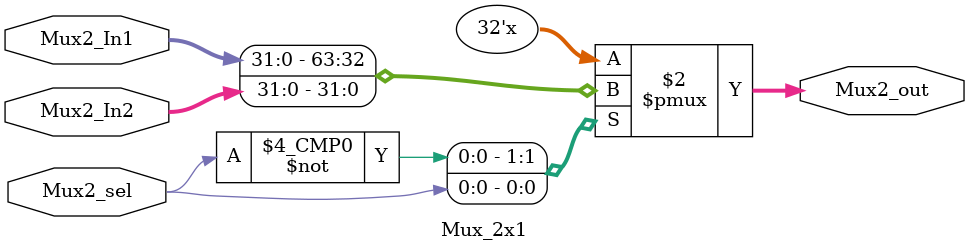
<source format=sv>
module Mux_2x1(Mux2_out, Mux2_In1, Mux2_In2, Mux2_sel);

    output logic [31:0] Mux2_out;
    input logic [31:0] Mux2_In1, Mux2_In2;
    input logic Mux2_sel;

    always_comb begin
        case(Mux2_sel)
            1'b0: begin
                Mux2_out = Mux2_In1;
            end

            1'b1: begin
                Mux2_out = Mux2_In2;
            end
            default: begin
                Mux2_out = Mux2_In1;
            end
        endcase
    end

endmodule
</source>
